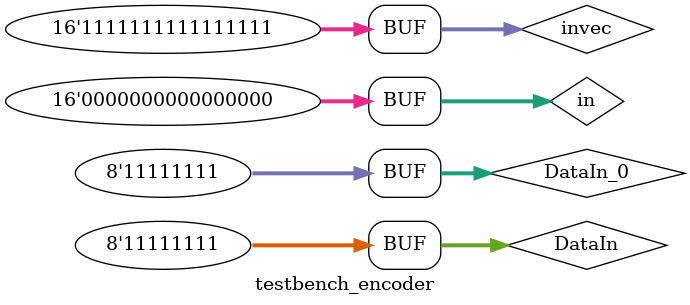
<source format=v>
`timescale 1ns/1ns
module testbench_encoder;
	reg [7:0] DataIn, DataIn_0;
	reg [15:0] in, invec;
	wire [7:0] Seg;
	
	extend_coder test_encoder(
       DataIn,
       DataIn_0,
       EO,
       GS,
       GS_0,
       Q1,
       Q2,
       Seg,
       Y
    );

	initial
		begin
			in = 16'b0000000000000001;
			repeat(17)
				begin
					invec = ~in;
					{DataIn, DataIn_0} = invec;
					#20;
					in = in<<1;
				end
		end
		
endmodule
</source>
